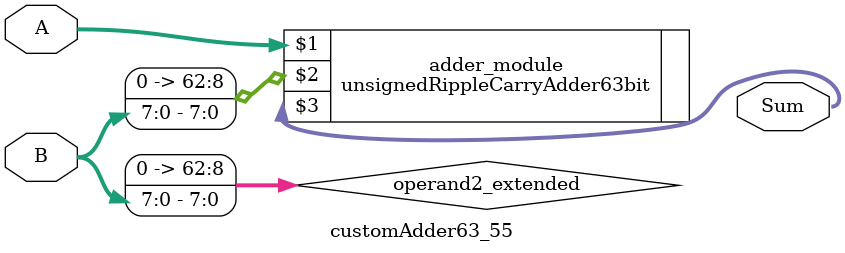
<source format=v>
module customAdder63_55(
                        input [62 : 0] A,
                        input [7 : 0] B,
                        
                        output [63 : 0] Sum
                );

        wire [62 : 0] operand2_extended;
        
        assign operand2_extended =  {55'b0, B};
        
        unsignedRippleCarryAdder63bit adder_module(
            A,
            operand2_extended,
            Sum
        );
        
        endmodule
        
</source>
